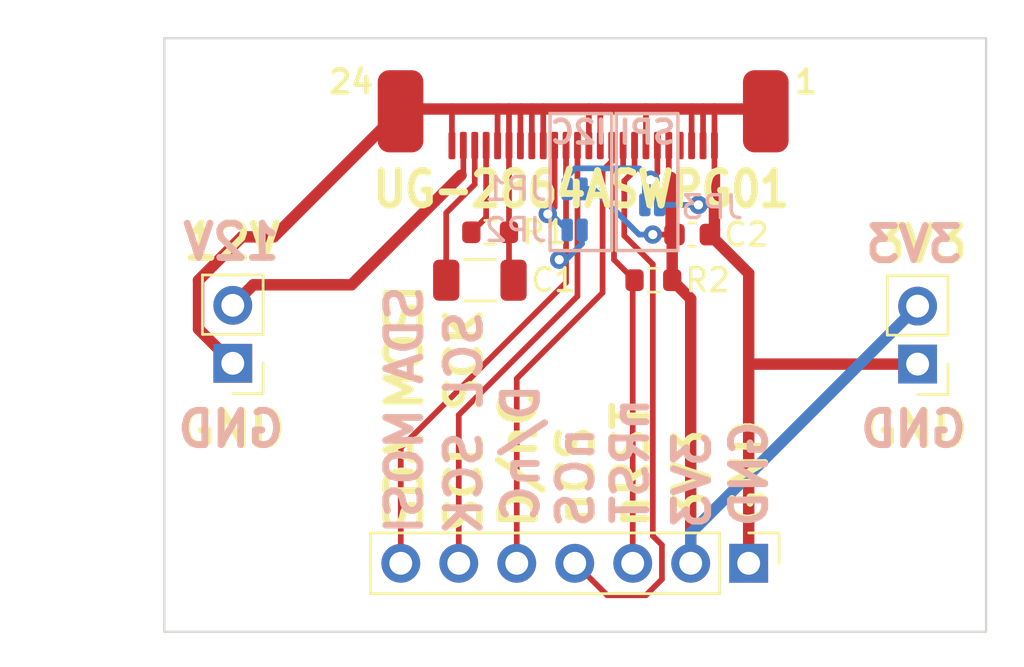
<source format=kicad_pcb>
(kicad_pcb (version 20221018) (generator pcbnew)
  (layers (0 "F.Cu" signal) (31 "B.Cu" signal) (34 "B.Paste" user) (35 "F.Paste" user) (36 "B.SilkS" user "B.Silkscreen") (37 "F.SilkS" user "F.Silkscreen") (38 "B.Mask" user) (39 "F.Mask" user) (44 "Edge.Cuts" user))
  (net 0 "")
  (net 1 "Net-(U1-VCOMH)")
  (net 2 "+12V")
  (net 3 "nRST")
  (net 4 "nCS")
  (net 5 "D{slash}nC")
  (net 6 "SCL_SCK")
  (net 7 "+3V3")
  (net 8 "Net-(U1-IREF)")
  (net 10 "SDA_MOSI")
  (net 11 "GND")
  (net 12 "BS1")
  (net 13 "D2")
  (footprint "MountingHole:MountingHole_2.7mm_M2.5" (layer "F.Cu") (at 155 110)
    (fp_text reference "REF**" hide)
    (fp_text value "MountingHole_2.7mm_M2.5" hide)
    (pad "" np_thru_hole circle (at 0 0) (size 2.7 2.7) (drill 2.7) (layers "*.Cu" "*.Mask"))
  )
  (footprint "Capacitor_SMD:C_0603_1608Metric" (layer "F.Cu") (at 145.125 95.6)
    (fp_text reference "C2" (at 2.375 0) (layer "F.SilkS"))
    (fp_text value "100n")
    (fp_line (start -0.14058 -0.51) (end 0.14058 -0.51) (stroke (width 0.12)) (layer "F.SilkS"))
    (fp_line (start -0.14058 0.51) (end 0.14058 0.51) (stroke (width 0.12)) (layer "F.SilkS"))
    (pad "1" smd roundrect (at -0.775 0) (size 0.9 0.95) (layers "F.Cu" "F.Paste" "F.Mask") (net 7 "+3V3"))
    (pad "2" smd roundrect (at 0.775 0) (size 0.9 0.95) (layers "F.Cu" "F.Paste" "F.Mask") (net 11 "GND"))
  )
  (footprint "local:Connector-Flat-24_P0.5mm" (layer "F.Cu") (at 140.35 90.2 180)
    (fp_text reference "U1" hide)
    (fp_text value "UG-2864ASWPG01")
    (pad "1" smd roundrect (at -5.75 -1.5 180) (size 0.3 1.2) (layers "F.Cu" "F.Paste" "F.Mask") (net 11 "GND"))
    (pad "2" smd roundrect (at -5.25 -1.5 180) (size 0.3 1.2) (layers "F.Cu" "F.Paste" "F.Mask") (net 11 "GND"))
    (pad "3" smd roundrect (at -4.75 -1.5 180) (size 0.3 1.2) (layers "F.Cu" "F.Paste" "F.Mask") (net 11 "GND"))
    (pad "4" smd roundrect (at -4.25 -1.5 180) (size 0.3 1.2) (layers "F.Cu" "F.Paste" "F.Mask"))
    (pad "5" smd roundrect (at -3.75 -1.5 180) (size 0.3 1.2) (layers "F.Cu" "F.Paste" "F.Mask") (net 7 "+3V3"))
    (pad "6" smd roundrect (at -3.25 -1.5 180) (size 0.3 1.2) (layers "F.Cu" "F.Paste" "F.Mask") (net 12 "BS1"))
    (pad "7" smd roundrect (at -2.75 -1.5 180) (size 0.3 1.2) (layers "F.Cu" "F.Paste" "F.Mask") (net 11 "GND"))
    (pad "8" smd roundrect (at -2.25 -1.5 180) (size 0.3 1.2) (layers "F.Cu" "F.Paste" "F.Mask") (net 4 "nCS"))
    (pad "9" smd roundrect (at -1.75 -1.5 180) (size 0.3 1.2) (layers "F.Cu" "F.Paste" "F.Mask") (net 3 "nRST"))
    (pad "10" smd roundrect (at -1.25 -1.5 180) (size 0.3 1.2) (layers "F.Cu" "F.Paste" "F.Mask") (net 5 "D{slash}nC"))
    (pad "11" smd roundrect (at -0.75 -1.5 180) (size 0.3 1.2) (layers "F.Cu" "F.Paste" "F.Mask") (net 11 "GND"))
    (pad "12" smd roundrect (at -0.25 -1.5 180) (size 0.3 1.2) (layers "F.Cu" "F.Paste" "F.Mask") (net 11 "GND"))
    (pad "13" smd roundrect (at 0.25 -1.5 180) (size 0.3 1.2) (layers "F.Cu" "F.Paste" "F.Mask") (net 6 "SCL_SCK"))
    (pad "14" smd roundrect (at 0.75 -1.5 180) (size 0.3 1.2) (layers "F.Cu" "F.Paste" "F.Mask") (net 10 "SDA_MOSI"))
    (pad "15" smd roundrect (at 1.25 -1.5 180) (size 0.3 1.2) (layers "F.Cu" "F.Paste" "F.Mask") (net 13 "D2"))
    (pad "16" smd roundrect (at 1.75 -1.5 180) (size 0.3 1.2) (layers "F.Cu" "F.Paste" "F.Mask") (net 11 "GND"))
    (pad "17" smd roundrect (at 2.25 -1.5 180) (size 0.3 1.2) (layers "F.Cu" "F.Paste" "F.Mask") (net 11 "GND"))
    (pad "18" smd roundrect (at 2.75 -1.5 180) (size 0.3 1.2) (layers "F.Cu" "F.Paste" "F.Mask") (net 11 "GND"))
    (pad "19" smd roundrect (at 3.25 -1.5 180) (size 0.3 1.2) (layers "F.Cu" "F.Paste" "F.Mask") (net 11 "GND"))
    (pad "20" smd roundrect (at 3.75 -1.5 180) (size 0.3 1.2) (layers "F.Cu" "F.Paste" "F.Mask") (net 11 "GND"))
    (pad "21" smd roundrect (at 4.25 -1.5 180) (size 0.3 1.2) (layers "F.Cu" "F.Paste" "F.Mask") (net 8 "Net-(U1-IREF)"))
    (pad "22" smd roundrect (at 4.75 -1.5 180) (size 0.3 1.2) (layers "F.Cu" "F.Paste" "F.Mask") (net 1 "Net-(U1-VCOMH)"))
    (pad "23" smd roundrect (at 5.25 -1.5 180) (size 0.3 1.2) (layers "F.Cu" "F.Paste" "F.Mask") (net 2 "+12V"))
    (pad "24" smd roundrect (at 5.75 -1.5 180) (size 0.3 1.2) (layers "F.Cu" "F.Paste" "F.Mask") (net 11 "GND"))
    (pad "25" smd roundrect (at -8 0 180) (size 2 3.6) (layers "F.Cu" "F.Paste" "F.Mask") (net 11 "GND"))
    (pad "26" smd roundrect (at 8 0 180) (size 2 3.6) (layers "F.Cu" "F.Paste" "F.Mask") (net 11 "GND"))
  )
  (footprint "MountingHole:MountingHole_2.7mm_M2.5" (layer "F.Cu") (at 125 110)
    (fp_text reference "REF**" hide)
    (fp_text value "MountingHole_2.7mm_M2.5")
    (pad "" np_thru_hole circle (at 0 0) (size 2.7 2.7) (drill 2.7) (layers "*.Cu" "*.Mask"))
  )
  (footprint "Connector_PinHeader_2.54mm:PinHeader_1x02_P2.54mm_Vertical" (layer "F.Cu") (at 155 101.275 180)
    (fp_text reference "J3" hide)
    (fp_text value "Conn_01x02")
    (fp_line (start -1.33 -1.33) (end 0 -1.33) (stroke (width 0.12)) (layer "F.SilkS"))
    (fp_line (start -1.33 0) (end -1.33 -1.33) (stroke (width 0.12)) (layer "F.SilkS"))
    (fp_line (start -1.33 1.27) (end -1.33 3.87) (stroke (width 0.12)) (layer "F.SilkS"))
    (fp_line (start -1.33 1.27) (end 1.33 1.27) (stroke (width 0.12)) (layer "F.SilkS"))
    (fp_line (start -1.33 3.87) (end 1.33 3.87) (stroke (width 0.12)) (layer "F.SilkS"))
    (fp_line (start 1.33 1.27) (end 1.33 3.87) (stroke (width 0.12)) (layer "F.SilkS"))
    (pad "1" thru_hole rect (at 0 0 180) (size 1.7 1.7) (drill 1) (layers "*.Cu" "*.Mask") (net 11 "GND"))
    (pad "2" thru_hole oval (at 0 2.54 180) (size 1.7 1.7) (drill 1) (layers "*.Cu" "*.Mask") (net 7 "+3V3"))
  )
  (footprint "Connector_PinHeader_2.54mm:PinHeader_1x02_P2.54mm_Vertical" (layer "F.Cu") (at 125 101.24 180)
    (fp_text reference "J2" hide)
    (fp_text value "Conn_01x02" hide)
    (fp_line (start -1.33 -1.33) (end 0 -1.33) (stroke (width 0.12)) (layer "F.SilkS"))
    (fp_line (start -1.33 0) (end -1.33 -1.33) (stroke (width 0.12)) (layer "F.SilkS"))
    (fp_line (start -1.33 1.27) (end -1.33 3.87) (stroke (width 0.12)) (layer "F.SilkS"))
    (fp_line (start -1.33 1.27) (end 1.33 1.27) (stroke (width 0.12)) (layer "F.SilkS"))
    (fp_line (start -1.33 3.87) (end 1.33 3.87) (stroke (width 0.12)) (layer "F.SilkS"))
    (fp_line (start 1.33 1.27) (end 1.33 3.87) (stroke (width 0.12)) (layer "F.SilkS"))
    (pad "1" thru_hole rect (at 0 0 180) (size 1.7 1.7) (drill 1) (layers "*.Cu" "*.Mask") (net 11 "GND"))
    (pad "2" thru_hole oval (at 0 2.54 180) (size 1.7 1.7) (drill 1) (layers "*.Cu" "*.Mask") (net 2 "+12V"))
  )
  (footprint "Connector_PinHeader_2.54mm:PinHeader_1x07_P2.54mm_Vertical" (layer "F.Cu") (at 147.6 110 -90)
    (fp_text reference "J1" hide)
    (fp_text value "Conn_01x10" hide)
    (fp_line (start -1.33 -1.33) (end 0 -1.33) (stroke (width 0.12)) (layer "F.SilkS"))
    (fp_line (start -1.33 0) (end -1.33 -1.33) (stroke (width 0.12)) (layer "F.SilkS"))
    (fp_line (start -1.33 1.27) (end -1.33 16.57) (stroke (width 0.12)) (layer "F.SilkS"))
    (fp_line (start -1.33 1.27) (end 1.33 1.27) (stroke (width 0.12)) (layer "F.SilkS"))
    (fp_line (start -1.33 16.57) (end 1.33 16.57) (stroke (width 0.12)) (layer "F.SilkS"))
    (fp_line (start 1.33 1.27) (end 1.33 16.57) (stroke (width 0.12)) (layer "F.SilkS"))
    (pad "1" thru_hole rect (at 0 0 270) (size 1.7 1.7) (drill 1) (layers "*.Cu" "*.Mask") (net 11 "GND"))
    (pad "2" thru_hole oval (at 0 2.54 270) (size 1.7 1.7) (drill 1) (layers "*.Cu" "*.Mask") (net 7 "+3V3"))
    (pad "3" thru_hole oval (at 0 5.08 270) (size 1.7 1.7) (drill 1) (layers "*.Cu" "*.Mask") (net 3 "nRST"))
    (pad "4" thru_hole oval (at 0 7.62 270) (size 1.7 1.7) (drill 1) (layers "*.Cu" "*.Mask") (net 4 "nCS"))
    (pad "5" thru_hole oval (at 0 10.16 270) (size 1.7 1.7) (drill 1) (layers "*.Cu" "*.Mask") (net 5 "D{slash}nC"))
    (pad "6" thru_hole oval (at 0 12.7 270) (size 1.7 1.7) (drill 1) (layers "*.Cu" "*.Mask") (net 6 "SCL_SCK"))
    (pad "7" thru_hole oval (at 0 15.24 270) (size 1.7 1.7) (drill 1) (layers "*.Cu" "*.Mask") (net 10 "SDA_MOSI"))
  )
  (footprint "MountingHole:MountingHole_2.7mm_M2.5" (layer "F.Cu") (at 155 90)
    (fp_text reference "REF**" hide)
    (fp_text value "MountingHole_2.7mm_M2.5" hide)
    (pad "" np_thru_hole circle (at 0 0) (size 2.7 2.7) (drill 2.7) (layers "*.Cu" "*.Mask"))
  )
  (footprint "MountingHole:MountingHole_2.7mm_M2.5" (layer "F.Cu") (at 125 90)
    (fp_text reference "REF**" hide)
    (fp_text value "MountingHole_2.7mm_M2.5" hide)
    (pad "" np_thru_hole circle (at 0 0) (size 2.7 2.7) (drill 2.7) (layers "*.Cu" "*.Mask"))
  )
  (footprint "Resistor_SMD:R_0603_1608Metric" (layer "F.Cu") (at 136.275 95.5)
    (fp_text reference "R1" (at 2.375 0) (layer "F.SilkS"))
    (fp_text value "900k")
    (fp_line (start -0.237258 -0.5225) (end 0.237258 -0.5225) (stroke (width 0.12)) (layer "F.SilkS"))
    (fp_line (start -0.237258 0.5225) (end 0.237258 0.5225) (stroke (width 0.12)) (layer "F.SilkS"))
    (pad "1" smd roundrect (at -0.825 0) (size 0.8 0.95) (layers "F.Cu" "F.Paste" "F.Mask") (net 8 "Net-(U1-IREF)"))
    (pad "2" smd roundrect (at 0.825 0) (size 0.8 0.95) (layers "F.Cu" "F.Paste" "F.Mask") (net 11 "GND"))
  )
  (footprint "Resistor_SMD:R_0603_1608Metric" (layer "F.Cu") (at 143.425 97.6 180)
    (fp_text reference "R2" (at -2.375 0) (layer "F.SilkS"))
    (fp_text value "10k")
    (fp_line (start -0.237258 -0.5225) (end 0.237258 -0.5225) (stroke (width 0.12)) (layer "F.SilkS"))
    (fp_line (start -0.237258 0.5225) (end 0.237258 0.5225) (stroke (width 0.12)) (layer "F.SilkS"))
    (pad "1" smd roundrect (at -0.825 0 180) (size 0.8 0.95) (layers "F.Cu" "F.Paste" "F.Mask") (net 7 "+3V3"))
    (pad "2" smd roundrect (at 0.825 0 180) (size 0.8 0.95) (layers "F.Cu" "F.Paste" "F.Mask") (net 3 "nRST"))
  )
  (footprint "Capacitor_SMD:C_1206_3216Metric" (layer "F.Cu") (at 135.825 97.6)
    (fp_text reference "C1" (at 3.225 0) (layer "F.SilkS"))
    (fp_text value "10u/16V")
    (fp_line (start -0.711252 -0.91) (end 0.711252 -0.91) (stroke (width 0.12)) (layer "F.SilkS"))
    (fp_line (start -0.711252 0.91) (end 0.711252 0.91) (stroke (width 0.12)) (layer "F.SilkS"))
    (pad "1" smd roundrect (at -1.475 0) (size 1.15 1.8) (layers "F.Cu" "F.Paste" "F.Mask") (roundrect_rratio 0.217391) (net 1 "Net-(U1-VCOMH)"))
    (pad "2" smd roundrect (at 1.475 0) (size 1.15 1.8) (layers "F.Cu" "F.Paste" "F.Mask") (roundrect_rratio 0.217391) (net 11 "GND"))
  )
  (footprint "local:Jumper" (layer "B.Cu") (at 143.375 94.3)
    (fp_text reference "JP3" (at 2.625 0.1) (layer "B.SilkS") (effects (justify mirror)))
    (fp_text value "SolderJumper_2_Open" hide)
    (pad "1" smd roundrect (at -0.325 0) (size 0.5 1) (layers "B.Cu" "B.Paste" "B.Mask") (net 12 "BS1"))
    (pad "2" smd roundrect (at 0.325 0) (size 0.5 1) (layers "B.Cu" "B.Paste" "B.Mask") (net 11 "GND"))
  )
  (footprint "local:Jumper" (layer "B.Cu") (at 139.975 95.4)
    (fp_text reference "JP2" (at -2.575 0) (layer "B.SilkS") (effects (justify mirror)))
    (fp_text value "SolderJumper_2_Open" hide)
    (pad "1" smd roundrect (at -0.325 0) (size 0.5 1) (layers "B.Cu" "B.Paste" "B.Mask") (net 13 "D2"))
    (pad "2" smd roundrect (at 0.325 0) (size 0.5 1) (layers "B.Cu" "B.Paste" "B.Mask") (net 10 "SDA_MOSI"))
  )
  (footprint "local:Jumper" (layer "B.Cu") (at 139.975 93.6 180)
    (fp_text reference "JP1" (at 2.575 0) (layer "B.SilkS") (effects (justify mirror)))
    (fp_text value "SolderJumper_2_Open" hide)
    (pad "1" smd roundrect (at -0.325 0 180) (size 0.5 1) (layers "B.Cu" "B.Paste" "B.Mask") (net 7 "+3V3"))
    (pad "2" smd roundrect (at 0.325 0 180) (size 0.5 1) (layers "B.Cu" "B.Paste" "B.Mask") (net 12 "BS1"))
  )
  (gr_rect (start 138.9 90.3) (end 141.6 96.3) (stroke (width 0.15)) (fill none) (layer "B.SilkS"))
  (gr_rect (start 141.8 90.3) (end 144.5 96.3) (stroke (width 0.15)) (fill none) (layer "B.SilkS"))
  (gr_rect (start 122 87) (end 158 113) (stroke (width 0.1)) (fill none) (layer "Edge.Cuts"))
  (gr_text "SPI" (at 144.5 91.7) (layer "B.SilkS") (effects (font (size 1 1) (thickness 0.2) bold) (justify left bottom mirror)))
  (gr_text "GND" (at 157.3 105) (layer "B.SilkS") (effects (font (size 1.5 1.5) (thickness 0.3) bold) (justify left bottom mirror)))
  (gr_text "SDA MOSI" (at 133.4 97.7 90) (layer "B.SilkS") (effects (font (size 1.5 1.5) (thickness 0.3) bold) (justify left bottom mirror)))
  (gr_text "nRST" (at 143.3 102.6 90) (layer "B.SilkS") (effects (font (size 1.5 1.5) (thickness 0.3) bold) (justify left bottom mirror)))
  (gr_text "nCS" (at 140.9 103.9 90) (layer "B.SilkS") (effects (font (size 1.5 1.5) (thickness 0.3) bold) (justify left bottom mirror)))
  (gr_text "SCL SCK" (at 136 98.8 90) (layer "B.SilkS") (effects (font (size 1.5 1.5) (thickness 0.3) bold) (justify left bottom mirror)))
  (gr_text "3V3" (at 146 104.1 90) (layer "B.SilkS") (effects (font (size 1.5 1.5) (thickness 0.3) bold) (justify left bottom mirror)))
  (gr_text "GND" (at 127.4 105) (layer "B.SilkS") (effects (font (size 1.5 1.5) (thickness 0.3) bold) (justify left bottom mirror)))
  (gr_text "I2C" (at 141.5 91.7) (layer "B.SilkS") (effects (font (size 1 1) (thickness 0.2) bold) (justify left bottom mirror)))
  (gr_text "D/nC" (at 138.5 102 90) (layer "B.SilkS") (effects (font (size 1.5 1.5) (thickness 0.3) bold) (justify left bottom mirror)))
  (gr_text "3V3" (at 157.1 96.9) (layer "B.SilkS") (effects (font (size 1.5 1.5) (thickness 0.3) bold) (justify left bottom mirror)))
  (gr_text "GND" (at 148.5 103.6 90) (layer "B.SilkS") (effects (font (size 1.5 1.5) (thickness 0.3) bold) (justify left bottom mirror)))
  (gr_text "12V" (at 127.2 96.8) (layer "B.SilkS") (effects (font (size 1.5 1.5) (thickness 0.3) bold) (justify left bottom mirror)))
  (gr_text "nRST" (at 143.3 108.6 90) (layer "F.SilkS") (effects (font (size 1.5 1.5) (thickness 0.3) bold) (justify left bottom)))
  (gr_text "UG-2864ASWPG01" (at 131 94.5) (layer "F.SilkS") (effects (font (size 1.5 1.3) (thickness 0.3) bold) (justify left bottom)))
  (gr_text "GND" (at 152.4 105) (layer "F.SilkS") (effects (font (size 1.5 1.5) (thickness 0.3) bold) (justify left bottom)))
  (gr_text "1" (at 149.5 89.5) (layer "F.SilkS") (effects (font (size 1 1) (thickness 0.2) bold) (justify left bottom)))
  (gr_text "nCS" (at 140.9 108.5 90) (layer "F.SilkS") (effects (font (size 1.5 1.5) (thickness 0.3) bold) (justify left bottom)))
  (gr_text "24" (at 129.1 89.5) (layer "F.SilkS") (effects (font (size 1 1) (thickness 0.2)) (justify left bottom)))
  (gr_text "GND" (at 148.5 108.5 90) (layer "F.SilkS") (effects (font (size 1.5 1.5) (thickness 0.3) bold) (justify left bottom)))
  (gr_text "D/nC" (at 138.4 108.6 90) (layer "F.SilkS") (effects (font (size 1.5 1.5) (thickness 0.3) bold) (justify left bottom)))
  (gr_text "SCL SCK" (at 136 108.8 90) (layer "F.SilkS") (effects (font (size 1.5 1.5) (thickness 0.3) bold) (justify left bottom)))
  (gr_text "SDA MOSI" (at 133.4 108.8 90) (layer "F.SilkS") (effects (font (size 1.5 1.5) (thickness 0.3) bold) (justify left bottom)))
  (gr_text "GND" (at 122.5 105) (layer "F.SilkS") (effects (font (size 1.5 1.5) (thickness 0.3) bold) (justify left bottom)))
  (gr_text "3V3" (at 152.8 96.9) (layer "F.SilkS") (effects (font (size 1.5 1.5) (thickness 0.3) bold) (justify left bottom)))
  (gr_text "3V3" (at 146 108.5 90) (layer "F.SilkS") (effects (font (size 1.5 1.5) (thickness 0.3) bold) (justify left bottom)))
  (gr_text "12V" (at 122.7 96.8) (layer "F.SilkS") (effects (font (size 1.5 1.5) (thickness 0.3) bold) (justify left bottom)))
  (segment (start 135.6 93.4) (end 134.55 94.45) (width 0.25) (layer "F.Cu") (net 1))
  (segment (start 134.35 94.65) (end 134.35 97.6) (width 0.25) (layer "F.Cu") (net 1))
  (segment (start 135.6 91.7) (end 135.6 93.4) (width 0.25) (layer "F.Cu") (net 1))
  (segment (start 134.55 94.45) (end 134.35 94.65) (width 0.25) (layer "F.Cu") (net 1))
  (segment (start 130.2 97.8) (end 129.8 97.8) (width 0.5) (layer "F.Cu") (net 2))
  (segment (start 135 93) (end 130.2 97.8) (width 0.5) (layer "F.Cu") (net 2))
  (segment (start 125.9 97.8) (end 125 98.7) (width 0.5) (layer "F.Cu") (net 2))
  (segment (start 129.8 97.8) (end 125.9 97.8) (width 0.5) (layer "F.Cu") (net 2))
  (segment (start 135.1 91.7) (end 135.1 92.9) (width 0.25) (layer "F.Cu") (net 2))
  (segment (start 129.8 97.8) (end 129 97.8) (width 0.5) (layer "F.Cu") (net 2))
  (segment (start 135.1 92.9) (end 135 93) (width 0.25) (layer "F.Cu") (net 2))
  (segment (start 129 97.8) (end 128.9 97.8) (width 0.5) (layer "F.Cu") (net 2))
  (segment (start 142.1 92.6) (end 141.7 93) (width 0.25) (layer "F.Cu") (net 3))
  (segment (start 141.7 93) (end 141.7 96.7) (width 0.25) (layer "F.Cu") (net 3))
  (segment (start 142.52 97.68) (end 142.6 97.6) (width 0.25) (layer "F.Cu") (net 3))
  (segment (start 142.52 110) (end 142.52 97.68) (width 0.25) (layer "F.Cu") (net 3))
  (segment (start 141.7 96.7) (end 142.6 97.6) (width 0.25) (layer "F.Cu") (net 3))
  (segment (start 142.1 91.7) (end 142.1 92.6) (width 0.25) (layer "F.Cu") (net 3))
  (segment (start 142.6 91.7) (end 142.6 92.8) (width 0.25) (layer "F.Cu") (net 4))
  (segment (start 143.4 96.9) (end 143.4 108.8) (width 0.25) (layer "F.Cu") (net 4))
  (segment (start 140 110) (end 139.98 110) (width 0.25) (layer "F.Cu") (net 4))
  (segment (start 143.4 108.8) (end 143.8 109.2) (width 0.25) (layer "F.Cu") (net 4))
  (segment (start 143.8 110.7) (end 143.1 111.4) (width 0.25) (layer "F.Cu") (net 4))
  (segment (start 141.4 111.4) (end 140 110) (width 0.25) (layer "F.Cu") (net 4))
  (segment (start 143.1 111.4) (end 141.4 111.4) (width 0.25) (layer "F.Cu") (net 4))
  (segment (start 143.8 109.2) (end 143.8 110.7) (width 0.25) (layer "F.Cu") (net 4))
  (segment (start 142.15 93.25) (end 142.15 95.65) (width 0.25) (layer "F.Cu") (net 4))
  (segment (start 142.6 92.8) (end 142.15 93.25) (width 0.25) (layer "F.Cu") (net 4))
  (segment (start 142.15 95.65) (end 143.4 96.9) (width 0.25) (layer "F.Cu") (net 4))
  (segment (start 137.44 101.91) (end 137.44 110) (width 0.25) (layer "F.Cu") (net 5))
  (segment (start 141.2 98.15) (end 137.44 101.91) (width 0.25) (layer "F.Cu") (net 5))
  (segment (start 141.6 92.4) (end 141.2 92.8) (width 0.25) (layer "F.Cu") (net 5))
  (segment (start 141.6 91.7) (end 141.6 92.4) (width 0.25) (layer "F.Cu") (net 5))
  (segment (start 141.2 92.8) (end 141.2 98.15) (width 0.25) (layer "F.Cu") (net 5))
  (segment (start 134.9 103.5) (end 140.1 98.3) (width 0.25) (layer "F.Cu") (net 6))
  (segment (start 140.1 98.3) (end 140.1 91.7) (width 0.25) (layer "F.Cu") (net 6))
  (segment (start 134.9 110) (end 134.9 103.5) (width 0.25) (layer "F.Cu") (net 6))
  (segment (start 144.25 97.6) (end 144.25 95.7) (width 0.5) (layer "F.Cu") (net 7))
  (segment (start 145.06 110) (end 145.06 98.41) (width 0.5) (layer "F.Cu") (net 7))
  (segment (start 145.06 98.41) (end 144.25 97.6) (width 0.5) (layer "F.Cu") (net 7))
  (segment (start 144.25 95.7) (end 144.35 95.6) (width 0.5) (layer "F.Cu") (net 7))
  (segment (start 144.2 95.45) (end 144.35 95.6) (width 0.5) (layer "F.Cu") (net 7))
  (segment (start 143.4 95.6) (end 144.35 95.6) (width 0.25) (layer "F.Cu") (net 7))
  (segment (start 144.1 91.7) (end 144.1 93) (width 0.25) (layer "F.Cu") (net 7))
  (segment (start 144.2 93.1) (end 144.2 95.45) (width 0.5) (layer "F.Cu") (net 7))
  (via (at 143.4 95.6) (size 0.8) (drill 0.4) (layers "F.Cu" "B.Cu") (net 7))
  (segment (start 145.06 110) (end 145.06 108.675) (width 0.5) (layer "B.Cu") (net 7))
  (segment (start 141.6 94.4) (end 142.8 95.6) (width 0.25) (layer "B.Cu") (net 7))
  (segment (start 140.3 93.6) (end 140.8 93.6) (width 0.25) (layer "B.Cu") (net 7))
  (segment (start 140.8 93.6) (end 141.6 94.4) (width 0.25) (layer "B.Cu") (net 7))
  (segment (start 142.8 95.6) (end 143.4 95.6) (width 0.25) (layer "B.Cu") (net 7))
  (segment (start 145.06 108.675) (end 155 98.735) (width 0.5) (layer "B.Cu") (net 7))
  (segment (start 136.1 94.85) (end 135.45 95.5) (width 0.25) (layer "F.Cu") (net 8))
  (segment (start 136.1 91.7) (end 136.1 94.85) (width 0.25) (layer "F.Cu") (net 8))
  (segment (start 139.6 97.7) (end 139.6 91.7) (width 0.25) (layer "F.Cu") (net 10))
  (segment (start 132.36 104.94) (end 139.6 97.7) (width 0.25) (layer "F.Cu") (net 10))
  (segment (start 132.36 110) (end 132.36 104.94) (width 0.25) (layer "F.Cu") (net 10))
  (via (at 139.3 96.7) (size 0.8) (drill 0.4) (layers "F.Cu" "B.Cu") (net 10))
  (segment (start 139.5 96.8) (end 139.4 96.8) (width 0.25) (layer "B.Cu") (net 10))
  (segment (start 140.3 96) (end 139.5 96.8) (width 0.25) (layer "B.Cu") (net 10))
  (segment (start 140.3 95.4) (end 140.3 96) (width 0.25) (layer "B.Cu") (net 10))
  (segment (start 139.4 96.8) (end 139.3 96.7) (width 0.25) (layer "B.Cu") (net 10))
  (segment (start 138.1 91.7) (end 138.1 90.1) (width 0.25) (layer "F.Cu") (net 11))
  (segment (start 141.1 90.1) (end 143.1 90.1) (width 0.5) (layer "F.Cu") (net 11))
  (segment (start 140.6 90.1) (end 141.1 90.1) (width 0.5) (layer "F.Cu") (net 11))
  (segment (start 137.1 97.85) (end 136.95 98) (width 0.25) (layer "F.Cu") (net 11))
  (segment (start 137.6 90.1) (end 138.1 90.1) (width 0.5) (layer "F.Cu") (net 11))
  (segment (start 141.1 91.7) (end 141.1 90.1) (width 0.25) (layer "F.Cu") (net 11))
  (segment (start 125.4 95.7) (end 123.5 97.6) (width 0.5) (layer "F.Cu") (net 11))
  (segment (start 137.1 91.7) (end 137.1 95.5) (width 0.25) (layer "F.Cu") (net 11))
  (segment (start 138.1 90.1) (end 138.6 90.1) (width 0.5) (layer "F.Cu") (net 11))
  (segment (start 132.35 90.15) (end 126.8 95.7) (width 0.5) (layer "F.Cu") (net 11))
  (segment (start 137.1 95.5) (end 137.1 97.85) (width 0.25) (layer "F.Cu") (net 11))
  (segment (start 138.6 91.7) (end 138.6 90.1) (width 0.25) (layer "F.Cu") (net 11))
  (segment (start 145.6 91.7) (end 145.6 90.1) (width 0.25) (layer "F.Cu") (net 11))
  (segment (start 136.6 90.1) (end 137.1 90.1) (width 0.5) (layer "F.Cu") (net 11))
  (segment (start 123.5 99.74) (end 125 101.24) (width 0.5) (layer "F.Cu") (net 11))
  (segment (start 134.6 91.7) (end 134.6 90.1) (width 0.25) (layer "F.Cu") (net 11))
  (segment (start 123.5 97.6) (end 123.5 99.74) (width 0.5) (layer "F.Cu") (net 11))
  (segment (start 145.4 94.3) (end 146.1 94.3) (width 0.25) (layer "F.Cu") (net 11))
  (segment (start 155 101.275) (end 147.625 101.275) (width 0.5) (layer "F.Cu") (net 11))
  (segment (start 126.8 95.7) (end 125.4 95.7) (width 0.5) (layer "F.Cu") (net 11))
  (segment (start 147.6 110) (end 147.6 101.3) (width 0.5) (layer "F.Cu") (net 11))
  (segment (start 146.1 95.4) (end 145.9 95.6) (width 0.5) (layer "F.Cu") (net 11))
  (segment (start 132.35 90.1) (end 134.6 90.1) (width 0.5) (layer "F.Cu") (net 11))
  (segment (start 146.1 91.7) (end 146.1 93) (width 0.25) (layer "F.Cu") (net 11))
  (segment (start 147.6 97.3) (end 145.9 95.6) (width 0.5) (layer "F.Cu") (net 11))
  (segment (start 143.1 91.7) (end 143.1 90.1) (width 0.25) (layer "F.Cu") (net 11))
  (segment (start 137.1 91.7) (end 137.1 90.1) (width 0.25) (layer "F.Cu") (net 11))
  (segment (start 146.1 93) (end 146.1 94.3) (width 0.5) (layer "F.Cu") (net 11))
  (segment (start 140.6 91.7) (end 140.6 90.1) (width 0.25) (layer "F.Cu") (net 11))
  (segment (start 145.1 91.7) (end 145.1 90.1) (width 0.25) (layer "F.Cu") (net 11))
  (segment (start 147.625 101.275) (end 147.6 101.3) (width 0.5) (layer "F.Cu") (net 11))
  (segment (start 145.1 90.1) (end 145.6 90.1) (width 0.5) (layer "F.Cu") (net 11))
  (segment (start 138.6 90.1) (end 140.6 90.1) (width 0.5) (layer "F.Cu") (net 11))
  (segment (start 143.1 90.1) (end 143.6 90.1) (width 0.5) (layer "F.Cu") (net 11))
  (segment (start 134.6 90.1) (end 136.6 90.1) (width 0.5) (layer "F.Cu") (net 11))
  (segment (start 143.6 90.1) (end 145.1 90.1) (width 0.5) (layer "F.Cu") (net 11))
  (segment (start 147.6 101.3) (end 147.6 97.3) (width 0.5) (layer "F.Cu") (net 11))
  (segment (start 145.6 90.1) (end 146.1 90.1) (width 0.5) (layer "F.Cu") (net 11))
  (segment (start 137.6 91.7) (end 137.6 90.1) (width 0.25) (layer "F.Cu") (net 11))
  (segment (start 137.1 90.1) (end 137.6 90.1) (width 0.5) (layer "F.Cu") (net 11))
  (segment (start 132.35 90.1) (end 132.35 90.15) (width 0.5) (layer "F.Cu") (net 11))
  (segment (start 136.6 91.7) (end 136.6 90.1) (width 0.25) (layer "F.Cu") (net 11))
  (segment (start 146.1 91.7) (end 146.1 90.1) (width 0.25) (layer "F.Cu") (net 11))
  (segment (start 146.1 94.3) (end 146.1 95.4) (width 0.5) (layer "F.Cu") (net 11))
  (segment (start 146.1 90.1) (end 148.35 90.1) (width 0.5) (layer "F.Cu") (net 11))
  (via (at 145.4 94.3) (size 0.8) (drill 0.4) (layers "F.Cu" "B.Cu") (net 11))
  (segment (start 143.7 94.3) (end 145.4 94.3) (width 0.25) (layer "B.Cu") (net 11))
  (segment (start 143.6 92.9) (end 143.3 93.2) (width 0.25) (layer "F.Cu") (net 12))
  (segment (start 143.6 91.7) (end 143.6 92.9) (width 0.25) (layer "F.Cu") (net 12))
  (via (at 143.3 93.2) (size 0.8) (drill 0.4) (layers "F.Cu" "B.Cu") (net 12))
  (segment (start 139.65 93.05) (end 140 92.7) (width 0.25) (layer "B.Cu") (net 12))
  (segment (start 143.05 94.3) (end 143.05 93.45) (width 0.25) (layer "B.Cu") (net 12))
  (segment (start 139.65 93.6) (end 139.65 93.05) (width 0.25) (layer "B.Cu") (net 12))
  (segment (start 140 92.7) (end 142.8 92.7) (width 0.25) (layer "B.Cu") (net 12))
  (segment (start 143.05 93.45) (end 143.3 93.2) (width 0.25) (layer "B.Cu") (net 12))
  (segment (start 142.8 92.7) (end 143.3 93.2) (width 0.25) (layer "B.Cu") (net 12))
  (segment (start 139.1 94.4) (end 138.8 94.7) (width 0.25) (layer "F.Cu") (net 13))
  (segment (start 139.1 91.7) (end 139.1 94.4) (width 0.25) (layer "F.Cu") (net 13))
  (via (at 138.8 94.7) (size 0.8) (drill 0.4) (layers "F.Cu" "B.Cu") (net 13))
  (segment (start 138.8 94.7) (end 138.95 94.7) (width 0.25) (layer "B.Cu") (net 13))
  (segment (start 138.95 94.7) (end 139.65 95.4) (width 0.25) (layer "B.Cu") (net 13))
)
</source>
